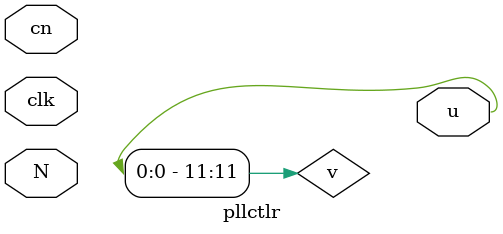
<source format=v>
`timescale 1ns / 1ps


module pllctlr #(
  parameter pWIDTH = 20
) (
  input wire clk,
  input wire [pWIDTH-1:0] N,
  input wire [pWIDTH-1:0] cn,
  output wire u
);
  
  reg [0:11] v;
  assign u = v;
  
  always @ (posedge clk) begin
    
  end
endmodule

</source>
